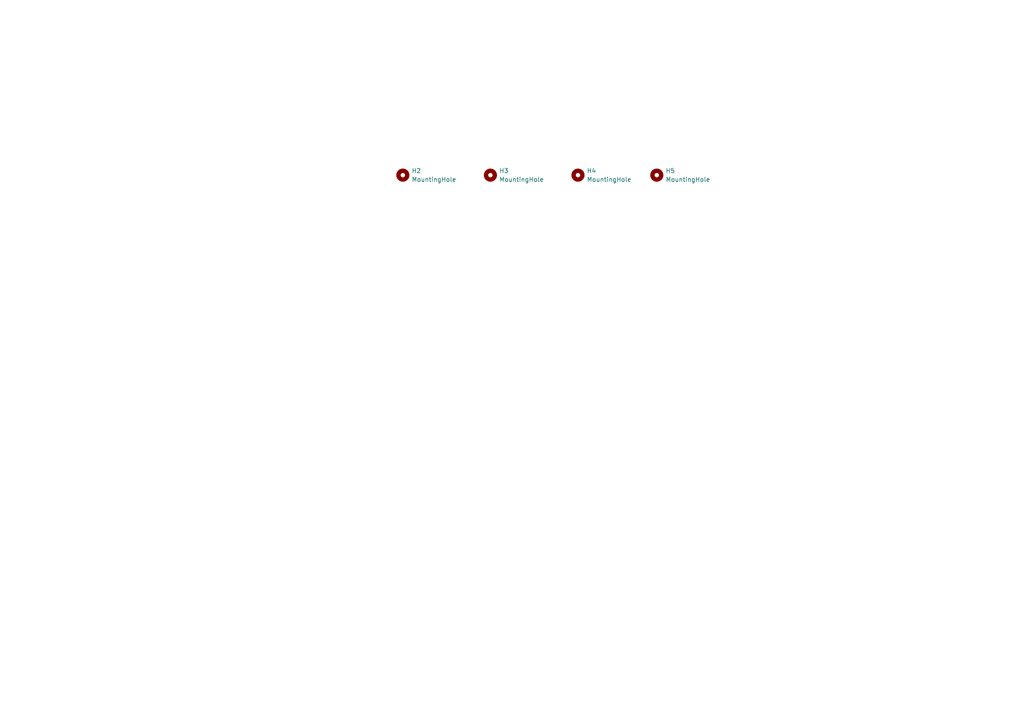
<source format=kicad_sch>
(kicad_sch (version 20231120) (generator "eeschema") (generator_version "8.0")
  (paper "A4")
  (lib_symbols
    (symbol "Mechanical:MountingHole" (pin_names (offset 1.016)) (exclude_from_sim yes) (in_bom no)
      (property "Reference" "H" (at 0 5.08 0))
      (property "Value" "MountingHole" (at 0 3.175 0))
      (symbol "MountingHole_0_1"
        (circle (center 0 0) (radius 1.27) (stroke (width 1.27)))
      )
    )
  )
  (symbol (lib_id "Mechanical:MountingHole") (at 167.64 50.8 0) (unit 1) (exclude_from_sim yes) (in_bom no)
    (property "Reference" "H4" (at 170.18 49.5299 0) (effects (justify left)))
    (property "Value" "MountingHole" (at 170.18 52.0699 0) (effects (justify left)))
    (property "Footprint" "MountingHole:MountingHole_3mm" (effects (hide yes)))
    (property "Description" "Mounting Hole without connection" (effects (hide yes)))
  )
  (symbol (lib_id "Mechanical:MountingHole") (at 190.5 50.8 0) (unit 1) (exclude_from_sim yes) (in_bom no)
    (property "Reference" "H5" (at 193.04 49.5299 0) (effects (justify left)))
    (property "Value" "MountingHole" (at 193.04 52.0699 0) (effects (justify left)))
    (property "Footprint" "MountingHole:MountingHole_3mm" (effects (hide yes)))
    (property "Description" "Mounting Hole without connection" (effects (hide yes)))
  )
  (symbol (lib_id "Mechanical:MountingHole") (at 142.24 50.8 0) (unit 1) (exclude_from_sim yes) (in_bom no)
    (property "Reference" "H3" (at 144.78 49.5299 0) (effects (justify left)))
    (property "Value" "MountingHole" (at 144.78 52.0699 0) (effects (justify left)))
    (property "Footprint" "MountingHole:MountingHole_3mm" (effects (hide yes)))
    (property "Description" "Mounting Hole without connection" (effects (hide yes)))
  )
  (symbol (lib_id "Mechanical:MountingHole") (at 116.84 50.8 0) (unit 1) (exclude_from_sim yes) (in_bom no)
    (property "Reference" "H2" (at 119.38 49.5299 0) (effects (justify left)))
    (property "Value" "MountingHole" (at 119.38 52.0699 0) (effects (justify left)))
    (property "Footprint" "MountingHole:MountingHole_3mm" (effects (hide yes)))
    (property "Description" "Mounting Hole without connection" (effects (hide yes)))
  )
)
</source>
